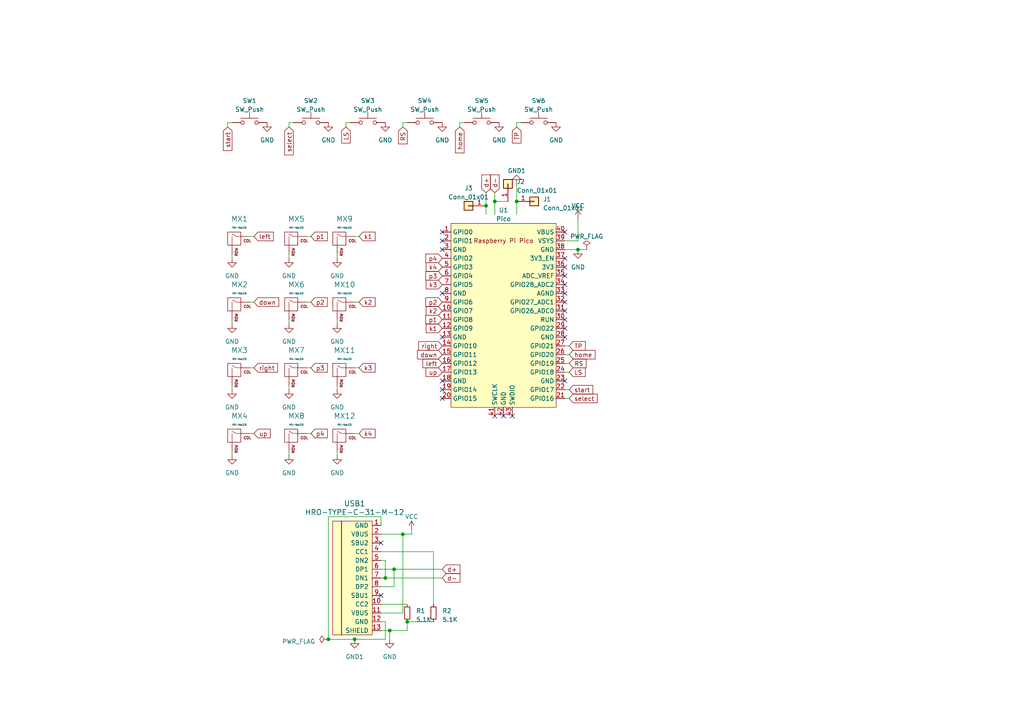
<source format=kicad_sch>
(kicad_sch (version 20230121) (generator eeschema)
  (paper "A4")
  (lib_symbols
    (symbol "Connector_Generic:Conn_01x01" (pin_names (offset 1.016) hide)
      (property "Reference" "J" (at 0 2.54 0))
      (property "Value" "Conn_01x01" (at 0 -2.54 0))
      (symbol "Conn_01x01_1_1"
        (rectangle (start -1.27 0.127) (end 0 -0.127) (stroke (width 0.1524)))
        (rectangle (start -1.27 1.27) (end 1.27 -1.27) (stroke (width 0.254)) (fill (type background)))
        (pin passive line (at -5.08 0 0) (length 3.81) (name "Pin_1") (number "1"))
      )
    )
    (symbol "Device:R_Small" (pin_numbers hide) (pin_names (offset 0.254) hide)
      (property "Reference" "R" (at 0.762 0.508 0))
      (property "Value" "R_Small" (at 0.762 -1.016 0))
      (symbol "R_Small_0_1"
        (rectangle (start -0.762 1.778) (end 0.762 -1.778) (stroke (width 0.2032)))
      )
      (symbol "R_Small_1_1"
        (pin passive line (at 0 2.54 270) (length 0.762) (name "~") (number "1"))
        (pin passive line (at 0 -2.54 90) (length 0.762) (name "~") (number "2"))
      )
    )
    (symbol "MCU_RaspberryPi_and_Boards:Pico"
      (property "Reference" "U1" (at 0 30.48 0))
      (property "Value" "Pico" (at 0 27.94 0))
      (symbol "Pico_0_0"
        (text "Raspberry Pi Pico" (at 0 21.59 0) (effects (font (size 1.27 1.27))))
      )
      (symbol "Pico_0_1"
        (rectangle (start -15.24 26.67) (end 15.24 -26.67) (fill (type background)))
      )
      (symbol "Pico_1_1"
        (pin bidirectional line (at -17.78 24.13 0) (length 2.54) (name "GPIO0") (number "1"))
        (pin bidirectional line (at -17.78 1.27 0) (length 2.54) (name "GPIO7") (number "10"))
        (pin bidirectional line (at -17.78 -1.27 0) (length 2.54) (name "GPIO8") (number "11"))
        (pin bidirectional line (at -17.78 -3.81 0) (length 2.54) (name "GPIO9") (number "12"))
        (pin power_in line (at -17.78 -6.35 0) (length 2.54) (name "GND") (number "13"))
        (pin bidirectional line (at -17.78 -8.89 0) (length 2.54) (name "GPIO10") (number "14"))
        (pin bidirectional line (at -17.78 -11.43 0) (length 2.54) (name "GPIO11") (number "15"))
        (pin bidirectional line (at -17.78 -13.97 0) (length 2.54) (name "GPIO12") (number "16"))
        (pin bidirectional line (at -17.78 -16.51 0) (length 2.54) (name "GPIO13") (number "17"))
        (pin power_in line (at -17.78 -19.05 0) (length 2.54) (name "GND") (number "18"))
        (pin bidirectional line (at -17.78 -21.59 0) (length 2.54) (name "GPIO14") (number "19"))
        (pin bidirectional line (at -17.78 21.59 0) (length 2.54) (name "GPIO1") (number "2"))
        (pin bidirectional line (at -17.78 -24.13 0) (length 2.54) (name "GPIO15") (number "20"))
        (pin bidirectional line (at 17.78 -24.13 180) (length 2.54) (name "GPIO16") (number "21"))
        (pin bidirectional line (at 17.78 -21.59 180) (length 2.54) (name "GPIO17") (number "22"))
        (pin power_in line (at 17.78 -19.05 180) (length 2.54) (name "GND") (number "23"))
        (pin bidirectional line (at 17.78 -16.51 180) (length 2.54) (name "GPIO18") (number "24"))
        (pin bidirectional line (at 17.78 -13.97 180) (length 2.54) (name "GPIO19") (number "25"))
        (pin bidirectional line (at 17.78 -11.43 180) (length 2.54) (name "GPIO20") (number "26"))
        (pin bidirectional line (at 17.78 -8.89 180) (length 2.54) (name "GPIO21") (number "27"))
        (pin power_in line (at 17.78 -6.35 180) (length 2.54) (name "GND") (number "28"))
        (pin bidirectional line (at 17.78 -3.81 180) (length 2.54) (name "GPIO22") (number "29"))
        (pin power_in line (at -17.78 19.05 0) (length 2.54) (name "GND") (number "3"))
        (pin input line (at 17.78 -1.27 180) (length 2.54) (name "RUN") (number "30"))
        (pin bidirectional line (at 17.78 1.27 180) (length 2.54) (name "GPIO26_ADC0") (number "31"))
        (pin bidirectional line (at 17.78 3.81 180) (length 2.54) (name "GPIO27_ADC1") (number "32"))
        (pin power_in line (at 17.78 6.35 180) (length 2.54) (name "AGND") (number "33"))
        (pin bidirectional line (at 17.78 8.89 180) (length 2.54) (name "GPIO28_ADC2") (number "34"))
        (pin power_in line (at 17.78 11.43 180) (length 2.54) (name "ADC_VREF") (number "35"))
        (pin power_in line (at 17.78 13.97 180) (length 2.54) (name "3V3") (number "36"))
        (pin input line (at 17.78 16.51 180) (length 2.54) (name "3V3_EN") (number "37"))
        (pin bidirectional line (at 17.78 19.05 180) (length 2.54) (name "GND") (number "38"))
        (pin power_in line (at 17.78 21.59 180) (length 2.54) (name "VSYS") (number "39"))
        (pin bidirectional line (at -17.78 16.51 0) (length 2.54) (name "GPIO2") (number "4"))
        (pin power_in line (at 17.78 24.13 180) (length 2.54) (name "VBUS") (number "40"))
        (pin input line (at -2.54 -29.21 90) (length 2.54) (name "SWCLK") (number "41"))
        (pin power_in line (at 0 -29.21 90) (length 2.54) (name "GND") (number "42"))
        (pin bidirectional line (at 2.54 -29.21 90) (length 2.54) (name "SWDIO") (number "43"))
        (pin bidirectional line (at -17.78 13.97 0) (length 2.54) (name "GPIO3") (number "5"))
        (pin bidirectional line (at -17.78 11.43 0) (length 2.54) (name "GPIO4") (number "6"))
        (pin bidirectional line (at -17.78 8.89 0) (length 2.54) (name "GPIO5") (number "7"))
        (pin power_in line (at -17.78 6.35 0) (length 2.54) (name "GND") (number "8"))
        (pin bidirectional line (at -17.78 3.81 0) (length 2.54) (name "GPIO6") (number "9"))
      )
    )
    (symbol "MX_Alps_Hybrid:MX-NoLED" (pin_names (offset 1.016))
      (property "Reference" "MX" (at -0.635 3.81 0))
      (property "Value" "MX-NoLED" (at -0.635 1.27 0))
      (symbol "MX-NoLED_0_0"
        (rectangle (start -2.54 2.54) (end 1.27 -1.27))
        (polyline (pts (xy -1.27 -1.27) (xy -1.27 1.27)) (stroke (width 0.127)))
        (polyline (pts (xy 1.27 1.27) (xy 0 1.27) (xy -1.27 1.905)) (stroke (width 0.127)))
        (text "COL" (at 3.175 0 0) (effects (font (size 0.762 0.762))))
        (text "ROW" (at 0 -1.905 900) (effects (font (size 0.762 0.762)) (justify right)))
      )
      (symbol "MX-NoLED_1_1"
        (pin passive line (at 3.81 1.27 180) (length 2.54) (name "COL") (number "1"))
        (pin passive line (at -1.27 -3.81 90) (length 2.54) (name "ROW") (number "2"))
      )
    )
    (symbol "Switch:SW_Push" (pin_numbers hide) (pin_names (offset 1.016) hide)
      (property "Reference" "SW" (at 1.27 2.54 0))
      (property "Value" "SW_Push" (at 0 -1.524 0))
      (symbol "SW_Push_0_1"
        (circle (center -2.032 0) (radius 0.508))
        (polyline (pts (xy 0 1.27) (xy 0 3.048)))
        (polyline (pts (xy 2.54 1.27) (xy -2.54 1.27)))
        (circle (center 2.032 0) (radius 0.508))
        (pin passive line (at -5.08 0 0) (length 2.54) (name "1") (number "1"))
        (pin passive line (at 5.08 0 180) (length 2.54) (name "2") (number "2"))
      )
    )
    (symbol "Type-C:HRO-TYPE-C-31-M-12" (pin_names (offset 1.016))
      (property "Reference" "USB" (at -5.08 16.51 0))
      (property "Value" "HRO-TYPE-C-31-M-12" (at -10.16 -1.27 90))
      (symbol "HRO-TYPE-C-31-M-12_0_1"
        (rectangle (start -11.43 15.24) (end -8.89 -17.78) (fill (type background)))
        (rectangle (start 0 -17.78) (end -8.89 15.24) (fill (type background)))
      )
      (symbol "HRO-TYPE-C-31-M-12_1_1"
        (pin input line (at 2.54 13.97 180) (length 2.54) (name "GND") (number "1"))
        (pin input line (at 2.54 -8.89 180) (length 2.54) (name "CC2") (number "10"))
        (pin input line (at 2.54 -11.43 180) (length 2.54) (name "VBUS") (number "11"))
        (pin input line (at 2.54 -13.97 180) (length 2.54) (name "GND") (number "12"))
        (pin input line (at 2.54 -16.51 180) (length 2.54) (name "SHIELD") (number "13"))
        (pin input line (at 2.54 11.43 180) (length 2.54) (name "VBUS") (number "2"))
        (pin input line (at 2.54 8.89 180) (length 2.54) (name "SBU2") (number "3"))
        (pin input line (at 2.54 6.35 180) (length 2.54) (name "CC1") (number "4"))
        (pin input line (at 2.54 3.81 180) (length 2.54) (name "DN2") (number "5"))
        (pin input line (at 2.54 1.27 180) (length 2.54) (name "DP1") (number "6"))
        (pin input line (at 2.54 -1.27 180) (length 2.54) (name "DN1") (number "7"))
        (pin input line (at 2.54 -3.81 180) (length 2.54) (name "DP2") (number "8"))
        (pin input line (at 2.54 -6.35 180) (length 2.54) (name "SBU1") (number "9"))
      )
    )
    (symbol "power:GND" (power) (pin_names (offset 0))
      (property "Value" "GND" (at 0 -3.81 0))
      (symbol "GND_0_1"
        (polyline (pts (xy 0 0) (xy 0 -1.27) (xy 1.27 -1.27) (xy 0 -2.54) (xy -1.27 -1.27) (xy 0 -1.27)))
      )
      (symbol "GND_1_1"
        (pin power_in line (at 0 0 270) (length 0) hide (name "GND") (number "1"))
      )
    )
    (symbol "power:GND1" (power) (pin_names (offset 0))
      (property "Value" "GND1" (at 0 -3.81 0))
      (symbol "GND1_0_1"
        (polyline (pts (xy 0 0) (xy 0 -1.27) (xy 1.27 -1.27) (xy 0 -2.54) (xy -1.27 -1.27) (xy 0 -1.27)))
      )
      (symbol "GND1_1_1"
        (pin power_in line (at 0 0 270) (length 0) hide (name "GND1") (number "1"))
      )
    )
    (symbol "power:PWR_FLAG" (power) (pin_numbers hide) (pin_names (offset 0) hide)
      (property "Value" "PWR_FLAG" (at 0 3.81 0))
      (symbol "PWR_FLAG_0_0"
        (pin power_out line (at 0 0 90) (length 0) (name "pwr") (number "1"))
      )
      (symbol "PWR_FLAG_0_1"
        (polyline (pts (xy 0 0) (xy 0 1.27) (xy -1.016 1.905) (xy 0 2.54) (xy 1.016 1.905) (xy 0 1.27)))
      )
    )
    (symbol "power:VCC" (power) (pin_names (offset 0))
      (property "Value" "VCC" (at 0 3.81 0))
      (symbol "VCC_0_1"
        (polyline (pts (xy -0.762 1.27) (xy 0 2.54)))
        (polyline (pts (xy 0 0) (xy 0 2.54)))
        (polyline (pts (xy 0 2.54) (xy 0.762 1.27)))
      )
      (symbol "VCC_1_1"
        (pin power_in line (at 0 0 90) (length 0) hide (name "VCC") (number "1"))
      )
    )
  )
  (junction (at 114.3 165.1))
  (junction (at 116.84 154.94))
  (junction (at 118.11 180.34))
  (junction (at 113.03 182.88))
  (junction (at 95.25 185.42))
  (junction (at 143.51 58.42))
  (junction (at 111.76 167.64))
  (junction (at 167.64 72.39))
  (junction (at 140.97 59.69))
  (junction (at 102.87 185.42))
  (junction (at 149.86 58.42))
  (no_connect (at 163.83 67.31))
  (no_connect (at 163.83 82.55))
  (no_connect (at 163.83 77.47))
  (no_connect (at 128.27 115.57))
  (no_connect (at 163.83 85.09))
  (no_connect (at 163.83 87.63))
  (no_connect (at 163.83 90.17))
  (no_connect (at 128.27 72.39))
  (no_connect (at 128.27 110.49))
  (no_connect (at 128.27 97.79))
  (no_connect (at 143.51 120.65))
  (no_connect (at 163.83 80.01))
  (no_connect (at 146.05 120.65))
  (no_connect (at 128.27 69.85))
  (no_connect (at 128.27 113.03))
  (no_connect (at 148.59 120.65))
  (no_connect (at 110.49 157.48))
  (no_connect (at 128.27 67.31))
  (no_connect (at 163.83 95.25))
  (no_connect (at 128.27 85.09))
  (no_connect (at 163.83 74.93))
  (no_connect (at 163.83 92.71))
  (no_connect (at 110.49 172.72))
  (no_connect (at 163.83 110.49))
  (no_connect (at 163.83 97.79))
  (wire (pts (xy 133.35 36.83) (xy 133.35 35.56)))
  (wire (pts (xy 83.82 93.98) (xy 83.82 92.71)))
  (wire (pts (xy 110.49 170.18) (xy 114.3 170.18)))
  (wire (pts (xy 167.64 69.85) (xy 167.64 63.5)))
  (wire (pts (xy 97.79 93.98) (xy 97.79 92.71)))
  (wire (pts (xy 67.31 113.03) (xy 67.31 111.76)))
  (wire (pts (xy 83.82 35.56) (xy 85.09 35.56)))
  (wire (pts (xy 83.82 132.08) (xy 83.82 130.81)))
  (wire (pts (xy 140.97 59.69) (xy 140.97 62.23)))
  (wire (pts (xy 73.66 68.58) (xy 72.39 68.58)))
  (wire (pts (xy 66.04 35.56) (xy 67.31 35.56)))
  (wire (pts (xy 104.14 68.58) (xy 102.87 68.58)))
  (wire (pts (xy 95.25 149.86) (xy 95.25 185.42)))
  (wire (pts (xy 149.86 53.34) (xy 149.86 58.42)))
  (wire (pts (xy 97.79 74.93) (xy 97.79 73.66)))
  (wire (pts (xy 116.84 36.83) (xy 116.84 35.56)))
  (wire (pts (xy 66.04 36.83) (xy 66.04 35.56)))
  (wire (pts (xy 111.76 180.34) (xy 111.76 185.42)))
  (wire (pts (xy 67.31 74.93) (xy 67.31 73.66)))
  (wire (pts (xy 116.84 154.94) (xy 119.38 154.94)))
  (wire (pts (xy 165.1 102.87) (xy 163.83 102.87)))
  (wire (pts (xy 97.79 132.08) (xy 97.79 130.81)))
  (wire (pts (xy 73.66 106.68) (xy 72.39 106.68)))
  (wire (pts (xy 113.03 182.88) (xy 113.03 185.42)))
  (wire (pts (xy 125.73 160.02) (xy 125.73 175.26)))
  (wire (pts (xy 163.83 72.39) (xy 167.64 72.39)))
  (wire (pts (xy 116.84 177.8) (xy 116.84 154.94)))
  (wire (pts (xy 110.49 165.1) (xy 114.3 165.1)))
  (wire (pts (xy 97.79 113.03) (xy 97.79 111.76)))
  (wire (pts (xy 83.82 113.03) (xy 83.82 111.76)))
  (wire (pts (xy 110.49 160.02) (xy 125.73 160.02)))
  (wire (pts (xy 73.66 125.73) (xy 72.39 125.73)))
  (wire (pts (xy 163.83 69.85) (xy 167.64 69.85)))
  (wire (pts (xy 110.49 167.64) (xy 111.76 167.64)))
  (wire (pts (xy 90.17 125.73) (xy 88.9 125.73)))
  (wire (pts (xy 149.86 58.42) (xy 149.86 62.23)))
  (wire (pts (xy 110.49 149.86) (xy 95.25 149.86)))
  (wire (pts (xy 165.1 107.95) (xy 163.83 107.95)))
  (wire (pts (xy 165.1 115.57) (xy 163.83 115.57)))
  (wire (pts (xy 114.3 170.18) (xy 114.3 165.1)))
  (wire (pts (xy 110.49 177.8) (xy 116.84 177.8)))
  (wire (pts (xy 100.33 36.83) (xy 100.33 35.56)))
  (wire (pts (xy 149.86 35.56) (xy 151.13 35.56)))
  (wire (pts (xy 147.32 58.42) (xy 143.51 58.42)))
  (wire (pts (xy 143.51 55.88) (xy 143.51 58.42)))
  (wire (pts (xy 110.49 152.4) (xy 110.49 149.86)))
  (wire (pts (xy 165.1 100.33) (xy 163.83 100.33)))
  (wire (pts (xy 90.17 87.63) (xy 88.9 87.63)))
  (wire (pts (xy 90.17 106.68) (xy 88.9 106.68)))
  (wire (pts (xy 149.86 36.83) (xy 149.86 35.56)))
  (wire (pts (xy 110.49 162.56) (xy 111.76 162.56)))
  (wire (pts (xy 110.49 180.34) (xy 111.76 180.34)))
  (wire (pts (xy 133.35 35.56) (xy 134.62 35.56)))
  (wire (pts (xy 104.14 106.68) (xy 102.87 106.68)))
  (wire (pts (xy 111.76 167.64) (xy 128.27 167.64)))
  (wire (pts (xy 67.31 132.08) (xy 67.31 130.81)))
  (wire (pts (xy 143.51 58.42) (xy 143.51 62.23)))
  (wire (pts (xy 90.17 68.58) (xy 88.9 68.58)))
  (wire (pts (xy 140.97 55.88) (xy 140.97 59.69)))
  (wire (pts (xy 118.11 180.34) (xy 125.73 180.34)))
  (wire (pts (xy 102.87 185.42) (xy 111.76 185.42)))
  (wire (pts (xy 104.14 125.73) (xy 102.87 125.73)))
  (wire (pts (xy 119.38 153.67) (xy 119.38 154.94)))
  (wire (pts (xy 83.82 36.83) (xy 83.82 35.56)))
  (wire (pts (xy 110.49 175.26) (xy 118.11 175.26)))
  (wire (pts (xy 170.18 72.39) (xy 167.64 72.39)))
  (wire (pts (xy 118.11 180.34) (xy 118.11 182.88)))
  (wire (pts (xy 67.31 93.98) (xy 67.31 92.71)))
  (wire (pts (xy 83.82 74.93) (xy 83.82 73.66)))
  (wire (pts (xy 114.3 165.1) (xy 128.27 165.1)))
  (wire (pts (xy 104.14 87.63) (xy 102.87 87.63)))
  (wire (pts (xy 110.49 182.88) (xy 113.03 182.88)))
  (wire (pts (xy 116.84 35.56) (xy 118.11 35.56)))
  (wire (pts (xy 110.49 154.94) (xy 116.84 154.94)))
  (wire (pts (xy 118.11 182.88) (xy 113.03 182.88)))
  (wire (pts (xy 165.1 113.03) (xy 163.83 113.03)))
  (wire (pts (xy 73.66 87.63) (xy 72.39 87.63)))
  (wire (pts (xy 111.76 162.56) (xy 111.76 167.64)))
  (wire (pts (xy 95.25 185.42) (xy 102.87 185.42)))
  (wire (pts (xy 165.1 105.41) (xy 163.83 105.41)))
  (wire (pts (xy 100.33 35.56) (xy 101.6 35.56)))
  (global_label "p3" (shape input) (at 128.27 80.01 180) (property "Intersheetrefs" "${INTERSHEET_REFS}" (effects hide)))
  (global_label "right" (shape input) (at 128.27 100.33 180) (property "Intersheetrefs" "${INTERSHEET_REFS}" (effects hide)))
  (global_label "p4" (shape input) (at 128.27 74.93 180) (property "Intersheetrefs" "${INTERSHEET_REFS}" (effects hide)))
  (global_label "home" (shape input) (at 165.1 102.87 0) (property "Intersheetrefs" "${INTERSHEET_REFS}" (effects hide)))
  (global_label "left" (shape input) (at 73.66 68.58 0) (property "Intersheetrefs" "${INTERSHEET_REFS}" (effects hide)))
  (global_label "p1" (shape input) (at 128.27 92.71 180) (property "Intersheetrefs" "${INTERSHEET_REFS}" (effects hide)))
  (global_label "d-" (shape input) (at 128.27 167.64 0) (property "Intersheetrefs" "${INTERSHEET_REFS}" (effects hide)))
  (global_label "up" (shape input) (at 128.27 107.95 180) (property "Intersheetrefs" "${INTERSHEET_REFS}" (effects hide)))
  (global_label "k1" (shape input) (at 104.14 68.58 0) (property "Intersheetrefs" "${INTERSHEET_REFS}" (effects hide)))
  (global_label "k4" (shape input) (at 128.27 77.47 180) (property "Intersheetrefs" "${INTERSHEET_REFS}" (effects hide)))
  (global_label "k2" (shape input) (at 128.27 90.17 180) (property "Intersheetrefs" "${INTERSHEET_REFS}" (effects hide)))
  (global_label "k2" (shape input) (at 104.14 87.63 0) (property "Intersheetrefs" "${INTERSHEET_REFS}" (effects hide)))
  (global_label "LS" (shape input) (at 165.1 107.95 0) (property "Intersheetrefs" "${INTERSHEET_REFS}" (effects hide)))
  (global_label "down" (shape input) (at 128.27 102.87 180) (property "Intersheetrefs" "${INTERSHEET_REFS}" (effects hide)))
  (global_label "p2" (shape input) (at 90.17 87.63 0) (property "Intersheetrefs" "${INTERSHEET_REFS}" (effects hide)))
  (global_label "left" (shape input) (at 128.27 105.41 180) (property "Intersheetrefs" "${INTERSHEET_REFS}" (effects hide)))
  (global_label "select" (shape input) (at 83.82 36.83 270) (property "Intersheetrefs" "${INTERSHEET_REFS}" (effects hide)))
  (global_label "select" (shape input) (at 165.1 115.57 0) (property "Intersheetrefs" "${INTERSHEET_REFS}" (effects hide)))
  (global_label "d-" (shape input) (at 143.51 55.88 90) (property "Intersheetrefs" "${INTERSHEET_REFS}" (effects hide)))
  (global_label "LS" (shape input) (at 100.33 36.83 270) (property "Intersheetrefs" "${INTERSHEET_REFS}" (effects hide)))
  (global_label "k4" (shape input) (at 104.14 125.73 0) (property "Intersheetrefs" "${INTERSHEET_REFS}" (effects hide)))
  (global_label "RS" (shape input) (at 165.1 105.41 0) (property "Intersheetrefs" "${INTERSHEET_REFS}" (effects hide)))
  (global_label "right" (shape input) (at 73.66 106.68 0) (property "Intersheetrefs" "${INTERSHEET_REFS}" (effects hide)))
  (global_label "start" (shape input) (at 165.1 113.03 0) (property "Intersheetrefs" "${INTERSHEET_REFS}" (effects hide)))
  (global_label "start" (shape input) (at 66.04 36.83 270) (property "Intersheetrefs" "${INTERSHEET_REFS}" (effects hide)))
  (global_label "k3" (shape input) (at 104.14 106.68 0) (property "Intersheetrefs" "${INTERSHEET_REFS}" (effects hide)))
  (global_label "TP" (shape input) (at 149.86 36.83 270) (property "Intersheetrefs" "${INTERSHEET_REFS}" (effects hide)))
  (global_label "down" (shape input) (at 73.66 87.63 0) (property "Intersheetrefs" "${INTERSHEET_REFS}" (effects hide)))
  (global_label "d+" (shape input) (at 128.27 165.1 0) (property "Intersheetrefs" "${INTERSHEET_REFS}" (effects hide)))
  (global_label "p4" (shape input) (at 90.17 125.73 0) (property "Intersheetrefs" "${INTERSHEET_REFS}" (effects hide)))
  (global_label "k3" (shape input) (at 128.27 82.55 180) (property "Intersheetrefs" "${INTERSHEET_REFS}" (effects hide)))
  (global_label "RS" (shape input) (at 116.84 36.83 270) (property "Intersheetrefs" "${INTERSHEET_REFS}" (effects hide)))
  (global_label "p1" (shape input) (at 90.17 68.58 0) (property "Intersheetrefs" "${INTERSHEET_REFS}" (effects hide)))
  (global_label "d+" (shape input) (at 140.97 55.88 90) (property "Intersheetrefs" "${INTERSHEET_REFS}" (effects hide)))
  (global_label "k1" (shape input) (at 128.27 95.25 180) (property "Intersheetrefs" "${INTERSHEET_REFS}" (effects hide)))
  (global_label "p2" (shape input) (at 128.27 87.63 180) (property "Intersheetrefs" "${INTERSHEET_REFS}" (effects hide)))
  (global_label "up" (shape input) (at 73.66 125.73 0) (property "Intersheetrefs" "${INTERSHEET_REFS}" (effects hide)))
  (global_label "TP" (shape input) (at 165.1 100.33 0) (property "Intersheetrefs" "${INTERSHEET_REFS}" (effects hide)))
  (global_label "home" (shape input) (at 133.35 36.83 270) (property "Intersheetrefs" "${INTERSHEET_REFS}" (effects hide)))
  (global_label "p3" (shape input) (at 90.17 106.68 0) (property "Intersheetrefs" "${INTERSHEET_REFS}" (effects hide)))
  (symbol (lib_id "power:GND") (at 97.79 113.03 0) (unit 1)
    (property "Reference" "#PWR06" (effects hide))
    (property "Value" "GND" (at 97.79 118.11 0))
  )
  (symbol (lib_id "MX_Alps_Hybrid:MX-NoLED") (at 85.09 127 0) (unit 1)
    (property "Reference" "MX8" (at 85.9732 120.65 0) (effects (font (size 1.524 1.524))))
    (property "Value" "MX-NoLED" (at 85.9732 123.19 0) (effects (font (size 0.508 0.508))))
    (property "Footprint" "keyswitches:Kailh_socket_PG1350" (effects hide))
  )
  (symbol (lib_id "Type-C:HRO-TYPE-C-31-M-12") (at 107.95 166.37 0) (unit 1)
    (property "Reference" "USB1" (at 102.87 146.05 0) (effects (font (size 1.524 1.524))))
    (property "Value" "HRO-TYPE-C-31-M-12" (at 102.87 148.59 0) (effects (font (size 1.524 1.524))))
    (property "Footprint" "Type-C:HRO-TYPE-C-31-M-12-HandSoldering" (effects hide))
  )
  (symbol (lib_id "Switch:SW_Push") (at 123.19 35.56 0) (unit 1)
    (property "Reference" "SW4" (at 123.19 29.21 0))
    (property "Value" "SW_Push" (at 123.19 31.75 0))
    (property "Footprint" "random-keyboard-parts:PushButton_6x6mm_TH" (effects hide))
  )
  (symbol (lib_id "power:GND") (at 167.64 72.39 0) (unit 1)
    (property "Reference" "#PWR023" (effects hide))
    (property "Value" "GND" (at 167.64 77.47 0))
  )
  (symbol (lib_id "MX_Alps_Hybrid:MX-NoLED") (at 85.09 69.85 0) (unit 1)
    (property "Reference" "MX5" (at 85.9732 63.5 0) (effects (font (size 1.524 1.524))))
    (property "Value" "MX-NoLED" (at 85.9732 66.04 0) (effects (font (size 0.508 0.508))))
    (property "Footprint" "keyswitches:Kailh_socket_PG1350" (effects hide))
  )
  (symbol (lib_id "power:GND") (at 97.79 93.98 0) (unit 1)
    (property "Reference" "#PWR011" (effects hide))
    (property "Value" "GND" (at 97.79 99.06 0))
  )
  (symbol (lib_id "power:GND") (at 67.31 113.03 0) (unit 1)
    (property "Reference" "#PWR08" (effects hide))
    (property "Value" "GND" (at 67.31 118.11 0))
  )
  (symbol (lib_id "power:VCC") (at 167.64 63.5 0) (unit 1)
    (property "Reference" "#PWR021" (effects hide))
    (property "Value" "VCC" (at 167.64 59.69 0))
  )
  (symbol (lib_id "MX_Alps_Hybrid:MX-NoLED") (at 68.58 127 0) (unit 1)
    (property "Reference" "MX4" (at 69.4632 120.65 0) (effects (font (size 1.524 1.524))))
    (property "Value" "MX-NoLED" (at 69.4632 123.19 0) (effects (font (size 0.508 0.508))))
    (property "Footprint" "keyswitches:Kailh_socket_PG1350" (effects hide))
  )
  (symbol (lib_id "power:GND") (at 83.82 113.03 0) (unit 1)
    (property "Reference" "#PWR07" (effects hide))
    (property "Value" "GND" (at 83.82 118.11 0))
  )
  (symbol (lib_id "power:GND") (at 83.82 93.98 0) (unit 1)
    (property "Reference" "#PWR010" (effects hide))
    (property "Value" "GND" (at 83.82 99.06 0))
  )
  (symbol (lib_id "power:PWR_FLAG") (at 170.18 72.39 0) (unit 1)
    (property "Reference" "#FLG01" (effects hide))
    (property "Value" "PWR_FLAG" (at 170.18 68.58 0))
  )
  (symbol (lib_id "power:GND") (at 97.79 132.08 0) (unit 1)
    (property "Reference" "#PWR03" (effects hide))
    (property "Value" "GND" (at 97.79 137.16 0))
  )
  (symbol (lib_id "power:GND") (at 97.79 74.93 0) (unit 1)
    (property "Reference" "#PWR014" (effects hide))
    (property "Value" "GND" (at 97.79 80.01 0))
  )
  (symbol (lib_id "MX_Alps_Hybrid:MX-NoLED") (at 99.06 69.85 0) (unit 1)
    (property "Reference" "MX9" (at 99.9432 63.5 0) (effects (font (size 1.524 1.524))))
    (property "Value" "MX-NoLED" (at 99.9432 66.04 0) (effects (font (size 0.508 0.508))))
    (property "Footprint" "keyswitches:Kailh_socket_PG1350" (effects hide))
  )
  (symbol (lib_id "power:GND1") (at 149.86 53.34 180) (unit 1)
    (property "Reference" "#PWR022" (effects hide))
    (property "Value" "GND1" (at 149.86 49.53 0))
  )
  (symbol (lib_id "Switch:SW_Push") (at 90.17 35.56 0) (unit 1)
    (property "Reference" "SW2" (at 90.17 29.21 0))
    (property "Value" "SW_Push" (at 90.17 31.75 0))
    (property "Footprint" "random-keyboard-parts:PushButton_6x6mm_TH" (effects hide))
  )
  (symbol (lib_id "power:GND") (at 83.82 132.08 0) (unit 1)
    (property "Reference" "#PWR02" (effects hide))
    (property "Value" "GND" (at 83.82 137.16 0))
  )
  (symbol (lib_id "power:GND") (at 67.31 93.98 0) (unit 1)
    (property "Reference" "#PWR09" (effects hide))
    (property "Value" "GND" (at 67.31 99.06 0))
  )
  (symbol (lib_id "power:GND") (at 95.25 35.56 0) (unit 1)
    (property "Reference" "#PWR017" (effects hide))
    (property "Value" "GND" (at 95.25 40.64 0))
  )
  (symbol (lib_id "power:GND") (at 113.03 185.42 0) (unit 1)
    (property "Reference" "#PWR019" (effects hide))
    (property "Value" "GND" (at 113.03 190.5 0))
  )
  (symbol (lib_id "Switch:SW_Push") (at 156.21 35.56 0) (unit 1)
    (property "Reference" "SW6" (at 156.21 29.21 0))
    (property "Value" "SW_Push" (at 156.21 31.75 0))
    (property "Footprint" "random-keyboard-parts:PushButton_6x6mm_TH" (effects hide))
  )
  (symbol (lib_id "MX_Alps_Hybrid:MX-NoLED") (at 68.58 69.85 0) (unit 1)
    (property "Reference" "MX1" (at 69.4632 63.5 0) (effects (font (size 1.524 1.524))))
    (property "Value" "MX-NoLED" (at 69.4632 66.04 0) (effects (font (size 0.508 0.508))))
    (property "Footprint" "keyswitches:Kailh_socket_PG1350" (effects hide))
  )
  (symbol (lib_id "power:GND") (at 67.31 74.93 0) (unit 1)
    (property "Reference" "#PWR016" (effects hide))
    (property "Value" "GND" (at 67.31 80.01 0))
  )
  (symbol (lib_id "MX_Alps_Hybrid:MX-NoLED") (at 85.09 88.9 0) (unit 1)
    (property "Reference" "MX6" (at 85.9732 82.55 0) (effects (font (size 1.524 1.524))))
    (property "Value" "MX-NoLED" (at 85.9732 85.09 0) (effects (font (size 0.508 0.508))))
    (property "Footprint" "keyswitches:Kailh_socket_PG1350" (effects hide))
  )
  (symbol (lib_id "power:GND") (at 83.82 74.93 0) (unit 1)
    (property "Reference" "#PWR015" (effects hide))
    (property "Value" "GND" (at 83.82 80.01 0))
  )
  (symbol (lib_id "MX_Alps_Hybrid:MX-NoLED") (at 85.09 107.95 0) (unit 1)
    (property "Reference" "MX7" (at 85.9732 101.6 0) (effects (font (size 1.524 1.524))))
    (property "Value" "MX-NoLED" (at 85.9732 104.14 0) (effects (font (size 0.508 0.508))))
    (property "Footprint" "keyswitches:Kailh_socket_PG1350" (effects hide))
  )
  (symbol (lib_id "MX_Alps_Hybrid:MX-NoLED") (at 99.06 107.95 0) (unit 1)
    (property "Reference" "MX11" (at 99.9432 101.6 0) (effects (font (size 1.524 1.524))))
    (property "Value" "MX-NoLED" (at 99.9432 104.14 0) (effects (font (size 0.508 0.508))))
    (property "Footprint" "keyswitches:Kailh_socket_PG1350" (effects hide))
  )
  (symbol (lib_id "Switch:SW_Push") (at 139.7 35.56 0) (unit 1)
    (property "Reference" "SW5" (at 139.7 29.21 0))
    (property "Value" "SW_Push" (at 139.7 31.75 0))
    (property "Footprint" "random-keyboard-parts:PushButton_6x6mm_TH" (effects hide))
  )
  (symbol (lib_id "power:GND") (at 111.76 35.56 0) (unit 1)
    (property "Reference" "#PWR018" (effects hide))
    (property "Value" "GND" (at 111.76 40.64 0))
  )
  (symbol (lib_id "Device:R_Small") (at 125.73 177.8 0) (unit 1)
    (property "Reference" "R2" (at 128.27 177.165 0) (effects (justify left)))
    (property "Value" "5.1K" (at 128.27 179.705 0) (effects (justify left)))
    (property "Footprint" "Resistor_SMD:R_0805_2012Metric_Pad1.20x1.40mm_HandSolder" (effects hide))
  )
  (symbol (lib_id "power:VCC") (at 119.38 153.67 0) (unit 1)
    (property "Reference" "#PWR020" (effects hide))
    (property "Value" "VCC" (at 119.38 149.86 0))
  )
  (symbol (lib_id "Switch:SW_Push") (at 72.39 35.56 0) (unit 1)
    (property "Reference" "SW1" (at 72.39 29.21 0))
    (property "Value" "SW_Push" (at 72.39 31.75 0))
    (property "Footprint" "random-keyboard-parts:PushButton_6x6mm_TH" (effects hide))
  )
  (symbol (lib_id "power:PWR_FLAG") (at 95.25 185.42 90) (unit 1)
    (property "Reference" "#FLG02" (effects hide))
    (property "Value" "PWR_FLAG" (at 91.44 186.055 90) (effects (justify left)))
  )
  (symbol (lib_id "Connector_Generic:Conn_01x01") (at 135.89 59.69 180) (unit 1)
    (property "Reference" "J3" (at 135.89 54.61 0))
    (property "Value" "Conn_01x01" (at 135.89 57.15 0))
    (property "Footprint" "TestPoint:TestPoint_Pad_1.5x1.5mm" (effects hide))
  )
  (symbol (lib_id "power:GND1") (at 102.87 185.42 0) (unit 1)
    (property "Reference" "#PWR024" (effects hide))
    (property "Value" "GND1" (at 102.87 190.5 0))
  )
  (symbol (lib_id "power:GND") (at 77.47 35.56 0) (unit 1)
    (property "Reference" "#PWR013" (effects hide))
    (property "Value" "GND" (at 77.47 40.64 0))
  )
  (symbol (lib_id "MX_Alps_Hybrid:MX-NoLED") (at 68.58 107.95 0) (unit 1)
    (property "Reference" "MX3" (at 69.4632 101.6 0) (effects (font (size 1.524 1.524))))
    (property "Value" "MX-NoLED" (at 69.4632 104.14 0) (effects (font (size 0.508 0.508))))
    (property "Footprint" "keyswitches:Kailh_socket_PG1350" (effects hide))
  )
  (symbol (lib_id "power:GND") (at 161.29 35.56 0) (unit 1)
    (property "Reference" "#PWR012" (effects hide))
    (property "Value" "GND" (at 161.29 40.64 0))
  )
  (symbol (lib_id "Device:R_Small") (at 118.11 177.8 0) (unit 1)
    (property "Reference" "R1" (at 120.65 177.165 0) (effects (justify left)))
    (property "Value" "5.1K" (at 120.65 179.705 0) (effects (justify left)))
    (property "Footprint" "Resistor_SMD:R_0805_2012Metric_Pad1.20x1.40mm_HandSolder" (effects hide))
  )
  (symbol (lib_id "Connector_Generic:Conn_01x01") (at 147.32 53.34 90) (unit 1)
    (property "Reference" "J2" (at 149.86 52.705 90) (effects (justify right)))
    (property "Value" "Conn_01x01" (at 149.86 55.245 90) (effects (justify right)))
    (property "Footprint" "TestPoint:TestPoint_Pad_1.5x1.5mm" (effects hide))
  )
  (symbol (lib_id "MCU_RaspberryPi_and_Boards:Pico") (at 146.05 91.44 0) (unit 1)
    (property "Reference" "U1" (at 146.05 60.96 0))
    (property "Value" "Pico" (at 146.05 63.5 0))
    (property "Footprint" "MCU_RaspberryPi_and_Boards:RPi_Pico_SMD_TH" (effects hide))
  )
  (symbol (lib_id "power:GND") (at 128.27 35.56 0) (unit 1)
    (property "Reference" "#PWR04" (effects hide))
    (property "Value" "GND" (at 128.27 40.64 0))
  )
  (symbol (lib_id "MX_Alps_Hybrid:MX-NoLED") (at 68.58 88.9 0) (unit 1)
    (property "Reference" "MX2" (at 69.4632 82.55 0) (effects (font (size 1.524 1.524))))
    (property "Value" "MX-NoLED" (at 69.4632 85.09 0) (effects (font (size 0.508 0.508))))
    (property "Footprint" "keyswitches:Kailh_socket_PG1350" (effects hide))
  )
  (symbol (lib_id "MX_Alps_Hybrid:MX-NoLED") (at 99.06 88.9 0) (unit 1)
    (property "Reference" "MX10" (at 99.9432 82.55 0) (effects (font (size 1.524 1.524))))
    (property "Value" "MX-NoLED" (at 99.9432 85.09 0) (effects (font (size 0.508 0.508))))
    (property "Footprint" "keyswitches:Kailh_socket_PG1350" (effects hide))
  )
  (symbol (lib_id "Switch:SW_Push") (at 106.68 35.56 0) (unit 1)
    (property "Reference" "SW3" (at 106.68 29.21 0))
    (property "Value" "SW_Push" (at 106.68 31.75 0))
    (property "Footprint" "random-keyboard-parts:PushButton_6x6mm_TH" (effects hide))
  )
  (symbol (lib_id "MX_Alps_Hybrid:MX-NoLED") (at 99.06 127 0) (unit 1)
    (property "Reference" "MX12" (at 99.9432 120.65 0) (effects (font (size 1.524 1.524))))
    (property "Value" "MX-NoLED" (at 99.9432 123.19 0) (effects (font (size 0.508 0.508))))
    (property "Footprint" "keyswitches:Kailh_socket_PG1350" (effects hide))
  )
  (symbol (lib_id "power:GND") (at 67.31 132.08 0) (unit 1)
    (property "Reference" "#PWR01" (effects hide))
    (property "Value" "GND" (at 67.31 137.16 0))
  )
  (symbol (lib_id "power:GND") (at 144.78 35.56 0) (unit 1)
    (property "Reference" "#PWR05" (effects hide))
    (property "Value" "GND" (at 144.78 40.64 0))
  )
  (symbol (lib_id "Connector_Generic:Conn_01x01") (at 154.94 58.42 0) (unit 1)
    (property "Reference" "J1" (at 157.48 57.785 0) (effects (justify left)))
    (property "Value" "Conn_01x01" (at 157.48 60.325 0) (effects (justify left)))
    (property "Footprint" "TestPoint:TestPoint_Pad_1.5x1.5mm" (effects hide))
  )
)
</source>
